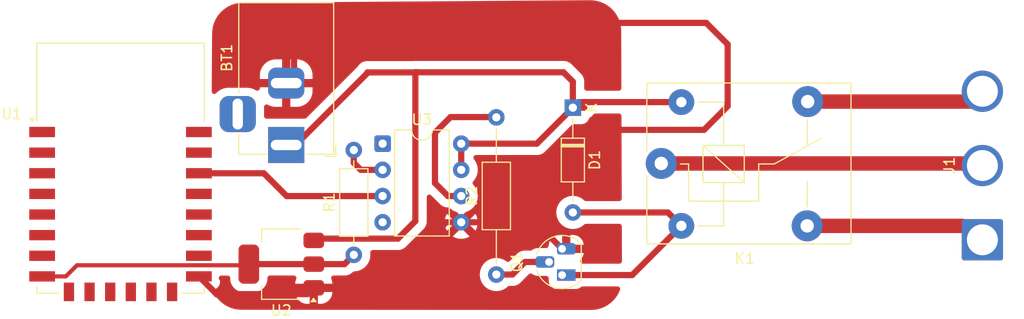
<source format=kicad_pcb>
(kicad_pcb (version 20241229) (generator "pcbnew") (generator_version "9.0")
  (layers (0 "F.Cu" signal) (2 "B.Cu" signal) (13 "F.Paste" user) (15 "B.Paste" user) (5 "F.SilkS" user "F.Silkscreen") (7 "B.SilkS" user "B.Silkscreen") (1 "F.Mask" user) (3 "B.Mask" user) (25 "Edge.Cuts" user))
  (net 0 "")
  (net 1 "Net-(D1-A)")
  (net 2 "Net-(J1-Pin_2)")
  (net 3 "Net-(J1-Pin_3)")
  (net 4 "Net-(J1-Pin_1)")
  (net 5 "Net-(Q1-B)")
  (net 6 "Net-(U3-A)")
  (net 7 "Net-(U3-VO)")
  (net 12 "GND")
  (net 24 "Net-(U1-GPIO5)")
  (net 31 "5V")
  (net 32 "3.3V")
  (footprint "Relay_THT:Relay_SPDT_SANYOU_SRD_Series_Form_C" (layer "F.Cu") (at 190.77 75.33)
    (property "Reference" "K1" (at 8.1 9.2 0) (layer "F.SilkS"))
    (property "Value" "SANYOU_SRD_Form_C")
    (fp_line (start -1.4 -7.8) (end -1.4 -1.2) (stroke (width 0.12)) (layer "F.SilkS"))
    (fp_line (start -1.4 -7.8) (end 18.4 -7.8) (stroke (width 0.12)) (layer "F.SilkS"))
    (fp_line (start -1.4 1.2) (end -1.4 7.8) (stroke (width 0.12)) (layer "F.SilkS"))
    (fp_line (start 2.65 0.05) (end 1.85 0.05) (stroke (width 0.12)) (layer "F.SilkS"))
    (fp_line (start 2.65 0.05) (end 2.65 3.65) (stroke (width 0.12)) (layer "F.SilkS"))
    (fp_line (start 3.55 6.05) (end 6.05 6.05) (stroke (width 0.12)) (layer "F.SilkS"))
    (fp_line (start 4.05 -1.75) (end 8.05 -1.75) (stroke (width 0.12)) (layer "F.SilkS"))
    (fp_line (start 4.05 1.85) (end 4.05 -1.75) (stroke (width 0.12)) (layer "F.SilkS"))
    (fp_line (start 6.05 -5.95) (end 3.55 -5.95) (stroke (width 0.12)) (layer "F.SilkS"))
    (fp_line (start 6.05 -5.95) (end 6.05 -1.75) (stroke (width 0.12)) (layer "F.SilkS"))
    (fp_line (start 6.05 1.85) (end 6.05 6.05) (stroke (width 0.12)) (layer "F.SilkS"))
    (fp_line (start 8.05 -1.75) (end 8.05 1.85) (stroke (width 0.12)) (layer "F.SilkS"))
    (fp_line (start 8.05 1.85) (end 4.05 -1.75) (stroke (width 0.12)) (layer "F.SilkS"))
    (fp_line (start 8.05 1.85) (end 4.05 1.85) (stroke (width 0.12)) (layer "F.SilkS"))
    (fp_line (start 9.45 0.05) (end 9.45 3.65) (stroke (width 0.12)) (layer "F.SilkS"))
    (fp_line (start 9.45 0.05) (end 10.95 0.05) (stroke (width 0.12)) (layer "F.SilkS"))
    (fp_line (start 9.45 3.65) (end 2.65 3.65) (stroke (width 0.12)) (layer "F.SilkS"))
    (fp_line (start 10.95 0.05) (end 15.55 -2.45) (stroke (width 0.12)) (layer "F.SilkS"))
    (fp_line (start 14.15 -4.2) (end 14.15 -1.7) (stroke (width 0.12)) (layer "F.SilkS"))
    (fp_line (start 14.15 4.2) (end 14.15 1.75) (stroke (width 0.12)) (layer "F.SilkS"))
    (fp_line (start 18.4 -7.8) (end 18.4 7.8) (stroke (width 0.12)) (layer "F.SilkS"))
    (fp_line (start 18.4 7.8) (end -1.4 7.8) (stroke (width 0.12)) (layer "F.SilkS"))
    (pad "1" thru_hole circle (at 0 0 90) (size 3 3) (drill 1.3) (layers "*.Cu" "*.Mask") (net 2 "Net-(J1-Pin_2)"))
    (pad "2" thru_hole circle (at 1.95 6.05 90) (size 2.5 2.5) (drill 1) (layers "*.Cu" "*.Mask") (net 1 "Net-(D1-A)"))
    (pad "3" thru_hole circle (at 14.15 6.05 90) (size 3 3) (drill 1.3) (layers "*.Cu" "*.Mask") (net 4 "Net-(J1-Pin_1)"))
    (pad "4" thru_hole circle (at 14.2 -6 90) (size 3 3) (drill 1.3) (layers "*.Cu" "*.Mask") (net 3 "Net-(J1-Pin_3)"))
    (pad "5" thru_hole circle (at 1.95 -5.95 90) (size 2.5 2.5) (drill 1) (layers "*.Cu" "*.Mask") (net 31 "5V"))
  )
  (footprint "Package_TO_SOT_SMD:SOT-223-3_TabPin2" (layer "F.Cu") (at 153.93 85.09 180)
    (property "Reference" "U2" (at 0 -4.5 0) (layer "F.SilkS"))
    (property "Value" "LM1117MP-3.3")
    (fp_line (start 1.91 3.41) (end 1.91 2.15) (stroke (width 0.12)) (layer "F.SilkS"))
    (fp_line (start 1.91 -3.41) (end 1.91 -2.15) (stroke (width 0.12)) (layer "F.SilkS"))
    (fp_line (start -1.85 3.41) (end 1.91 3.41) (stroke (width 0.12)) (layer "F.SilkS"))
    (fp_line (start -1.85 -3.41) (end 1.91 -3.41) (stroke (width 0.12)) (layer "F.SilkS"))
    (fp_poly (pts (xy -3.13 -3.31) (xy -3.37 -3.64) (xy -2.89 -3.64) (xy -3.13 -3.31)) (stroke (width 0.12)) (fill yes) (layer "F.SilkS"))
    (pad "1" smd roundrect (at -3.15 -2.3 180) (size 2 1.5) (layers "F.Cu" "F.Mask" "F.Paste") (net 12 "GND"))
    (pad "2" smd roundrect (at -3.15 0 180) (size 2 1.5) (layers "F.Cu" "F.Mask" "F.Paste") (net 32 "3.3V"))
    (pad "2" smd roundrect (at 3.15 0 180) (size 2 3.8) (layers "F.Cu" "F.Mask" "F.Paste") (net 32 "3.3V"))
    (pad "3" smd roundrect (at -3.15 2.3 180) (size 2 1.5) (layers "F.Cu" "F.Mask" "F.Paste") (net 31 "5V"))
  )
  (footprint "Resistor_THT:R_Axial_DIN0207_L6.3mm_D2.5mm_P10.16mm_Horizontal" (layer "F.Cu") (at 160.96 84.19 90)
    (property "Reference" "R1" (at 5.08 -2.37 90) (layer "F.SilkS"))
    (property "Value" "R_US")
    (fp_line (start 8.35 -1.37) (end 1.81 -1.37) (stroke (width 0.12)) (layer "F.SilkS"))
    (fp_line (start 1.81 -1.37) (end 1.81 1.37) (stroke (width 0.12)) (layer "F.SilkS"))
    (fp_line (start 9.12 0) (end 8.35 0) (stroke (width 0.12)) (layer "F.SilkS"))
    (fp_line (start 1.04 0) (end 1.81 0) (stroke (width 0.12)) (layer "F.SilkS"))
    (fp_line (start 8.35 1.37) (end 8.35 -1.37) (stroke (width 0.12)) (layer "F.SilkS"))
    (fp_line (start 1.81 1.37) (end 8.35 1.37) (stroke (width 0.12)) (layer "F.SilkS"))
    (pad "1" thru_hole circle (at 0 0 90) (size 1.6 1.6) (drill 0.8) (layers "*.Cu" "*.Mask") (net 32 "3.3V"))
    (pad "2" thru_hole oval (at 10.16 0 90) (size 1.6 1.6) (drill 0.8) (layers "*.Cu" "*.Mask") (net 6 "Net-(U3-A)"))
  )
  (footprint "Connector_Wire:SolderWire-2.5sqmm_1x03_P7.2mm_D2.4mm_OD3.6mm" (layer "F.Cu") (at 221.91 82.73 90)
    (property "Reference" "J1" (at 7.2 -3.2 90) (layer "F.SilkS"))
    (property "Value" "Conn_01x02_Pin")
    (pad "1" thru_hole roundrect (at 0 0 90) (size 4 4) (drill 3) (layers "*.Cu" "*.Mask") (roundrect_rratio 0.0625) (net 4 "Net-(J1-Pin_1)"))
    (pad "2" thru_hole circle (at 7.2 0 90) (size 4 4) (drill 3) (layers "*.Cu" "*.Mask") (net 2 "Net-(J1-Pin_2)"))
    (pad "3" thru_hole circle (at 14.4 0 90) (size 4 4) (drill 3) (layers "*.Cu" "*.Mask") (net 3 "Net-(J1-Pin_3)"))
  )
  (footprint "Resistor_THT:R_Axial_DIN0207_L6.3mm_D2.5mm_P15.24mm_Horizontal" (layer "F.Cu") (at 174.78 86.1 90)
    (property "Reference" "R2" (at 7.62 -2.37 90) (layer "F.SilkS"))
    (property "Value" "R_US")
    (fp_line (start 10.89 -1.37) (end 4.35 -1.37) (stroke (width 0.12)) (layer "F.SilkS"))
    (fp_line (start 4.35 -1.37) (end 4.35 1.37) (stroke (width 0.12)) (layer "F.SilkS"))
    (fp_line (start 14.2 0) (end 10.89 0) (stroke (width 0.12)) (layer "F.SilkS"))
    (fp_line (start 1.04 0) (end 4.35 0) (stroke (width 0.12)) (layer "F.SilkS"))
    (fp_line (start 10.89 1.37) (end 10.89 -1.37) (stroke (width 0.12)) (layer "F.SilkS"))
    (fp_line (start 4.35 1.37) (end 10.89 1.37) (stroke (width 0.12)) (layer "F.SilkS"))
    (pad "1" thru_hole circle (at 0 0 90) (size 1.6 1.6) (drill 0.8) (layers "*.Cu" "*.Mask") (net 5 "Net-(Q1-B)"))
    (pad "2" thru_hole oval (at 15.24 0 90) (size 1.6 1.6) (drill 0.8) (layers "*.Cu" "*.Mask") (net 7 "Net-(U3-VO)"))
  )
  (footprint "Package_DIP:DIP-8_W7.62mm" (layer "F.Cu") (at 163.755 73.41)
    (property "Reference" "U3" (at 3.81 -2.33 0) (layer "F.SilkS"))
    (property "Value" "6N137")
    (fp_line (start 1.16 -1.33) (end 1.16 8.95) (stroke (width 0.12)) (layer "F.SilkS"))
    (fp_line (start 1.16 8.95) (end 6.46 8.95) (stroke (width 0.12)) (layer "F.SilkS"))
    (fp_line (start 2.81 -1.33) (end 1.16 -1.33) (stroke (width 0.12)) (layer "F.SilkS"))
    (fp_line (start 6.46 -1.33) (end 4.81 -1.33) (stroke (width 0.12)) (layer "F.SilkS"))
    (fp_line (start 6.46 8.95) (end 6.46 -1.33) (stroke (width 0.12)) (layer "F.SilkS"))
    (fp_arc (start 4.81 -1.33) (mid 3.81 -0.33) (end 2.81 -1.33) (stroke (width 0.12)) (layer "F.SilkS"))
    (pad "1" thru_hole roundrect (at 0 0) (size 1.6 1.6) (drill 0.8) (layers "*.Cu" "*.Mask") (roundrect_rratio 0.15625))
    (pad "2" thru_hole circle (at 0 2.54) (size 1.6 1.6) (drill 0.8) (layers "*.Cu" "*.Mask") (net 6 "Net-(U3-A)"))
    (pad "3" thru_hole circle (at 0 5.08) (size 1.6 1.6) (drill 0.8) (layers "*.Cu" "*.Mask") (net 24 "Net-(U1-GPIO5)"))
    (pad "4" thru_hole circle (at 0 7.62) (size 1.6 1.6) (drill 0.8) (layers "*.Cu" "*.Mask"))
    (pad "5" thru_hole circle (at 7.62 7.62) (size 1.6 1.6) (drill 0.8) (layers "*.Cu" "*.Mask") (net 12 "GND"))
    (pad "6" thru_hole circle (at 7.62 5.08) (size 1.6 1.6) (drill 0.8) (layers "*.Cu" "*.Mask") (net 7 "Net-(U3-VO)"))
    (pad "7" thru_hole circle (at 7.62 2.54) (size 1.6 1.6) (drill 0.8) (layers "*.Cu" "*.Mask") (net 31 "5V"))
    (pad "8" thru_hole circle (at 7.62 0) (size 1.6 1.6) (drill 0.8) (layers "*.Cu" "*.Mask") (net 31 "5V"))
  )
  (footprint "Package_TO_SOT_THT:TO-92_HandSolder" (layer "F.Cu") (at 181.16 86.15 90)
    (property "Reference" "Q1" (at 1.27 -4.4 90) (layer "F.SilkS"))
    (property "Value" "NPN")
    (fp_line (start -0.53 1.85) (end 3.07 1.85) (stroke (width 0.12)) (layer "F.SilkS"))
    (fp_arc (start 2.05 -2.45) (mid 3.769931 -0.601036) (end 3.078445 1.827684) (stroke (width 0.12)) (layer "F.SilkS"))
    (fp_arc (start -0.541875 1.841741) (mid -1.247231 -0.581764) (end 0.45 -2.45) (stroke (width 0.12)) (layer "F.SilkS"))
    (pad "1" thru_hole rect (at 0 0 90) (size 1.1 1.8) (drill 0.75 (offset 0 0.4)) (layers "*.Cu" "*.Mask") (net 1 "Net-(D1-A)"))
    (pad "2" thru_hole roundrect (at 1.27 -1.27 90) (size 1.1 1.8) (drill 0.75 (offset 0 -0.4)) (layers "*.Cu" "*.Mask") (net 5 "Net-(Q1-B)"))
    (pad "3" thru_hole roundrect (at 2.54 0 90) (size 1.1 1.8) (drill 0.75 (offset 0 0.4)) (layers "*.Cu" "*.Mask") (net 12 "GND"))
  )
  (footprint "RF_Module:ESP-12E" (layer "F.Cu") (at 138.34 75.78)
    (property "Reference" "U1" (at -10.56 -5.26 0) (layer "F.SilkS"))
    (property "Value" "ESP-12E")
    (fp_line (start -8.12 -12.12) (end 8.12 -12.12) (stroke (width 0.12)) (layer "F.SilkS"))
    (fp_line (start -8.12 -4.5) (end -8.12 -12.12) (stroke (width 0.12)) (layer "F.SilkS"))
    (fp_line (start -8.12 12.12) (end -8.12 11.5) (stroke (width 0.12)) (layer "F.SilkS"))
    (fp_line (start -6 12.12) (end -8.12 12.12) (stroke (width 0.12)) (layer "F.SilkS"))
    (fp_line (start 8.12 -12.12) (end 8.12 -4.5) (stroke (width 0.12)) (layer "F.SilkS"))
    (fp_line (start 8.12 11.5) (end 8.12 12.12) (stroke (width 0.12)) (layer "F.SilkS"))
    (fp_line (start 8.12 12.12) (end 6 12.12) (stroke (width 0.12)) (layer "F.SilkS"))
    (fp_poly (pts (xy -8.55 -4.5) (xy -8.79 -4.836) (xy -8.31 -4.836) (xy -8.55 -4.5)) (stroke (width 0.12)) (fill yes) (layer "F.SilkS"))
    (pad "1" smd rect (at -7.6 -3.5) (size 2.5 1) (layers "F.Cu" "F.Mask" "F.Paste"))
    (pad "2" smd rect (at -7.6 -1.5) (size 2.5 1) (layers "F.Cu" "F.Mask" "F.Paste"))
    (pad "3" smd rect (at -7.6 0.5) (size 2.5 1) (layers "F.Cu" "F.Mask" "F.Paste"))
    (pad "4" smd rect (at -7.6 2.5) (size 2.5 1) (layers "F.Cu" "F.Mask" "F.Paste"))
    (pad "5" smd rect (at -7.6 4.5) (size 2.5 1) (layers "F.Cu" "F.Mask" "F.Paste"))
    (pad "6" smd rect (at -7.6 6.5) (size 2.5 1) (layers "F.Cu" "F.Mask" "F.Paste"))
    (pad "7" smd rect (at -7.6 8.5) (size 2.5 1) (layers "F.Cu" "F.Mask" "F.Paste"))
    (pad "8" smd rect (at -7.6 10.5) (size 2.5 1) (layers "F.Cu" "F.Mask" "F.Paste") (net 32 "3.3V"))
    (pad "9" smd rect (at -5 12) (size 1 1.8) (layers "F.Cu" "F.Mask" "F.Paste"))
    (pad "10" smd rect (at -3 12) (size 1 1.8) (layers "F.Cu" "F.Mask" "F.Paste"))
    (pad "11" smd rect (at -1 12) (size 1 1.8) (layers "F.Cu" "F.Mask" "F.Paste"))
    (pad "12" smd rect (at 1 12) (size 1 1.8) (layers "F.Cu" "F.Mask" "F.Paste"))
    (pad "13" smd rect (at 3 12) (size 1 1.8) (layers "F.Cu" "F.Mask" "F.Paste"))
    (pad "14" smd rect (at 5 12) (size 1 1.8) (layers "F.Cu" "F.Mask" "F.Paste"))
    (pad "15" smd rect (at 7.6 10.5) (size 2.5 1) (layers "F.Cu" "F.Mask" "F.Paste") (net 12 "GND"))
    (pad "16" smd rect (at 7.6 8.5) (size 2.5 1) (layers "F.Cu" "F.Mask" "F.Paste"))
    (pad "17" smd rect (at 7.6 6.5) (size 2.5 1) (layers "F.Cu" "F.Mask" "F.Paste"))
    (pad "18" smd rect (at 7.6 4.5) (size 2.5 1) (layers "F.Cu" "F.Mask" "F.Paste"))
    (pad "19" smd rect (at 7.6 2.5) (size 2.5 1) (layers "F.Cu" "F.Mask" "F.Paste"))
    (pad "20" smd rect (at 7.6 0.5) (size 2.5 1) (layers "F.Cu" "F.Mask" "F.Paste") (net 24 "Net-(U1-GPIO5)"))
    (pad "21" smd rect (at 7.6 -1.5) (size 2.5 1) (layers "F.Cu" "F.Mask" "F.Paste"))
    (pad "22" smd rect (at 7.6 -3.5) (size 2.5 1) (layers "F.Cu" "F.Mask" "F.Paste"))
    (zone (net 0) (net_name "") (layers "F.Cu" "B.Cu") (connect_pads (clearance 0)) (min_thickness 0.254)
      (keepout (tracks not_allowed) (vias not_allowed) (pads not_allowed) (copperpour not_allowed) (footprints not_allowed))
      (fill (thermal_gap 0.508) (thermal_bridge_width 0.508))
      (polygon (pts (xy 130.22 70.98) (xy 146.46 70.98) (xy 146.46 63.66) (xy 130.22 63.66)))
    )
  )
  (footprint "Diode_THT:D_DO-35_SOD27_P10.16mm_Horizontal" (layer "F.Cu") (at 182.2 69.92 -90)
    (property "Reference" "D1" (at 5.08 -2.12 90) (layer "F.SilkS"))
    (property "Value" "D")
    (fp_line (start 2.96 1.12) (end 7.2 1.12) (stroke (width 0.12)) (layer "F.SilkS"))
    (fp_line (start 7.2 1.12) (end 7.2 -1.12) (stroke (width 0.12)) (layer "F.SilkS"))
    (fp_line (start 1.04 0) (end 2.96 0) (stroke (width 0.12)) (layer "F.SilkS"))
    (fp_line (start 9.12 0) (end 7.2 0) (stroke (width 0.12)) (layer "F.SilkS"))
    (fp_line (start 2.96 -1.12) (end 2.96 1.12) (stroke (width 0.12)) (layer "F.SilkS"))
    (fp_line (start 3.56 -1.12) (end 3.56 1.12) (stroke (width 0.12)) (layer "F.SilkS"))
    (fp_line (start 3.68 -1.12) (end 3.68 1.12) (stroke (width 0.12)) (layer "F.SilkS"))
    (fp_line (start 3.8 -1.12) (end 3.8 1.12) (stroke (width 0.12)) (layer "F.SilkS"))
    (fp_line (start 7.2 -1.12) (end 2.96 -1.12) (stroke (width 0.12)) (layer "F.SilkS"))
    (fp_text user "K" (at 0 -1.8 90) (layer "F.SilkS"))
    (pad "1" thru_hole rect (at 0 0 270) (size 1.6 1.6) (drill 0.8) (layers "*.Cu" "*.Mask") (net 31 "5V"))
    (pad "2" thru_hole oval (at 10.16 0 270) (size 1.6 1.6) (drill 0.8) (layers "*.Cu" "*.Mask") (net 1 "Net-(D1-A)"))
  )
  (footprint "Connector_BarrelJack:BarrelJack_Horizontal" (layer "F.Cu") (at 154.4075 73.54 -90)
    (property "Reference" "BT1" (at -8.45 5.75 90) (layer "F.SilkS"))
    (property "Value" "Battery_Cell")
    (fp_line (start -13.8 4.6) (end -13.8 -4.6) (stroke (width 0.12)) (layer "F.SilkS"))
    (fp_line (start -5 4.6) (end -13.8 4.6) (stroke (width 0.12)) (layer "F.SilkS"))
    (fp_line (start 0.9 4.6) (end -1 4.6) (stroke (width 0.12)) (layer "F.SilkS"))
    (fp_line (start 0.9 1.9) (end 0.9 4.6) (stroke (width 0.12)) (layer "F.SilkS"))
    (fp_line (start 1.1 -3.75) (end 1.1 -4.8) (stroke (width 0.12)) (layer "F.SilkS"))
    (fp_line (start -13.8 -4.6) (end 0.9 -4.6) (stroke (width 0.12)) (layer "F.SilkS"))
    (fp_line (start 0.9 -4.6) (end 0.9 -2) (stroke (width 0.12)) (layer "F.SilkS"))
    (fp_line (start 0.05 -4.8) (end 1.1 -4.8) (stroke (width 0.12)) (layer "F.SilkS"))
    (pad "1" thru_hole rect (at 0 0 270) (size 3.5 3.5) (drill oval 1 3) (layers "*.Cu" "*.Mask") (net 31 "5V"))
    (pad "2" thru_hole roundrect (at -6 0 270) (size 3 3.5) (drill oval 1 3) (layers "*.Cu" "*.Mask") (net 12 "GND"))
    (pad "3" thru_hole roundrect (at -3 4.7 270) (size 3.5 3.5) (drill oval 3 1) (layers "*.Cu" "*.Mask"))
  )
  (segment (start 182.2 80.08) (end 191.42 80.08) (width 0.6) (layer "F.Cu") (net 1))
  (segment (start 187.95 86.15) (end 192.72 81.38) (width 0.6) (layer "F.Cu") (net 1))
  (segment (start 191.42 80.08) (end 192.72 81.38) (width 0.6) (layer "F.Cu") (net 1))
  (segment (start 181.16 86.15) (end 187.95 86.15) (width 0.6) (layer "F.Cu") (net 1))
  (segment (start 190.77 75.33) (end 221.09 75.33) (width 1.4) (layer "F.Cu") (net 2))
  (segment (start 221.09 75.33) (end 221.695 75.935) (width 0.2) (layer "F.Cu") (net 2))
  (segment (start 221.1 69.33) (end 221.695 68.735) (width 0.2) (layer "F.Cu") (net 3))
  (segment (start 204.97 69.33) (end 221.1 69.33) (width 1.4) (layer "F.Cu") (net 3))
  (segment (start 219.94 81.38) (end 221.695 83.135) (width 0.2) (layer "F.Cu") (net 4))
  (segment (start 204.92 81.38) (end 219.94 81.38) (width 1.4) (layer "F.Cu") (net 4))
  (segment (start 177.56 84.88) (end 176.34 86.1) (width 0.6) (layer "F.Cu") (net 5))
  (segment (start 179.89 84.88) (end 177.56 84.88) (width 0.6) (layer "F.Cu") (net 5))
  (segment (start 176.34 86.1) (end 174.78 86.1) (width 0.6) (layer "F.Cu") (net 5))
  (segment (start 160.96 74.03) (end 160.96 75.27) (width 0.6) (layer "F.Cu") (net 6))
  (segment (start 163.93 76.125) (end 163.755 75.95) (width 0.6) (layer "F.Cu") (net 6))
  (segment (start 160.96 75.27) (end 161.64 75.95) (width 0.6) (layer "F.Cu") (net 6))
  (segment (start 163.93 75.95) (end 163.93 76.125) (width 0.6) (layer "F.Cu") (net 6))
  (segment (start 161.64 75.95) (end 163.93 75.95) (width 0.6) (layer "F.Cu") (net 6))
  (segment (start 168.83 72.34) (end 170.34 70.83) (width 0.6) (layer "F.Cu") (net 7))
  (segment (start 170.34 70.83) (end 175.03 70.83) (width 0.6) (layer "F.Cu") (net 7))
  (segment (start 170.09 78.49) (end 168.83 77.23) (width 0.6) (layer "F.Cu") (net 7))
  (segment (start 168.83 77.23) (end 168.83 72.34) (width 0.6) (layer "F.Cu") (net 7))
  (segment (start 171.375 78.49) (end 170.09 78.49) (width 0.6) (layer "F.Cu") (net 7))
  (segment (start 175.03 70.61) (end 174.78 70.86) (width 0.6) (layer "F.Cu") (net 7))
  (segment (start 175.03 70.83) (end 175.03 70.61) (width 0.6) (layer "F.Cu") (net 7))
  (segment (start 181.16 83.61) (end 178.715 81.165) (width 0.6) (layer "F.Cu") (net 12))
  (segment (start 163.6275 87.3225) (end 163.695 87.39) (width 0.6) (layer "F.Cu") (net 12))
  (segment (start 178.715 81.165) (end 178.58 81.03) (width 0.6) (layer "F.Cu") (net 12))
  (segment (start 169.92 81.03) (end 163.6275 87.3225) (width 0.6) (layer "F.Cu") (net 12))
  (segment (start 194.92 72.07) (end 197.21 69.78) (width 0.6) (layer "F.Cu") (net 12))
  (segment (start 155.1685 61.7) (end 155.1685 66.779) (width 0.6) (layer "F.Cu") (net 12))
  (segment (start 156.47 88) (end 147.66 88) (width 0.6) (layer "F.Cu") (net 12))
  (segment (start 163.695 87.39) (end 157.08 87.39) (width 0.6) (layer "F.Cu") (net 12))
  (segment (start 147.47 87.81) (end 145.94 86.28) (width 0.6) (layer "F.Cu") (net 12))
  (segment (start 178.715 75.635) (end 182.28 72.07) (width 0.6) (layer "F.Cu") (net 12))
  (segment (start 157.08 87.39) (end 156.47 88) (width 0.6) (layer "F.Cu") (net 12))
  (segment (start 197.21 63.78) (end 195.13 61.7) (width 0.6) (layer "F.Cu") (net 12))
  (segment (start 195.13 61.7) (end 155.1685 61.7) (width 0.6) (layer "F.Cu") (net 12))
  (segment (start 147.71 88.05) (end 147.47 87.81) (width 0.6) (layer "F.Cu") (net 12))
  (segment (start 171.375 81.03) (end 169.92 81.03) (width 0.6) (layer "F.Cu") (net 12))
  (segment (start 147.66 88) (end 147.47 87.81) (width 0.6) (layer "F.Cu") (net 12))
  (segment (start 182.28 72.07) (end 194.92 72.07) (width 0.6) (layer "F.Cu") (net 12))
  (segment (start 155.1685 66.779) (end 154.4075 67.54) (width 0.6) (layer "F.Cu") (net 12))
  (segment (start 178.58 81.03) (end 171.375 81.03) (width 0.6) (layer "F.Cu") (net 12))
  (segment (start 178.715 81.165) (end 178.715 75.635) (width 0.6) (layer "F.Cu") (net 12))
  (segment (start 197.21 69.78) (end 197.21 63.78) (width 0.6) (layer "F.Cu") (net 12))
  (segment (start 163.755 78.49) (end 154.45 78.49) (width 0.6) (layer "F.Cu") (net 24))
  (segment (start 152.24 76.28) (end 145.94 76.28) (width 0.6) (layer "F.Cu") (net 24))
  (segment (start 154.45 78.49) (end 152.24 76.28) (width 0.6) (layer "F.Cu") (net 24))
  (segment (start 181.29 66.49) (end 182.2 67.4) (width 0.6) (layer "F.Cu") (net 31))
  (segment (start 171.375 73.41) (end 178.71 73.41) (width 0.6) (layer "F.Cu") (net 31))
  (segment (start 183.8004 69.38) (end 183.3017 69.38) (width 0.6) (layer "F.Cu") (net 31))
  (segment (start 171.375 75.315) (end 171.375 75.3563) (width 0.6) (layer "F.Cu") (net 31))
  (segment (start 192.72 69.38) (end 183.8417 69.38) (width 0.6) (layer "F.Cu") (net 31))
  (segment (start 167.02 66.5) (end 167.03 66.49) (width 0.6) (layer "F.Cu") (net 31))
  (segment (start 167.03 66.49) (end 166.93 66.49) (width 0.6) (layer "F.Cu") (net 31))
  (segment (start 183.3017 69.38) (end 183.3017 69.92) (width 0.6) (layer "F.Cu") (net 31))
  (segment (start 166.93 66.49) (end 166.93 80.92) (width 0.6) (layer "F.Cu") (net 31))
  (segment (start 171.375 75.3563) (end 171.375 75.95) (width 0.6) (layer "F.Cu") (net 31))
  (segment (start 183.8417 69.38) (end 183.8004 69.38) (width 0.6) (layer "F.Cu") (net 31))
  (segment (start 183.3017 69.38) (end 182.74 69.38) (width 0.6) (layer "F.Cu") (net 31))
  (segment (start 178.71 73.41) (end 182.2 69.92) (width 0.6) (layer "F.Cu") (net 31))
  (segment (start 182.2 69.92) (end 183.3017 69.92) (width 0.6) (layer "F.Cu") (net 31))
  (segment (start 167.03 66.49) (end 181.29 66.49) (width 0.6) (layer "F.Cu") (net 31))
  (segment (start 182.2 67.4) (end 182.2 69.92) (width 0.6) (layer "F.Cu") (net 31))
  (segment (start 155.3 73.54) (end 162.315 66.525) (width 0.6) (layer "F.Cu") (net 31))
  (segment (start 162.29 66.5) (end 167.02 66.5) (width 0.6) (layer "F.Cu") (net 31))
  (segment (start 171.375 73.41) (end 171.375 75.95) (width 0.6) (layer "F.Cu") (net 31))
  (segment (start 165.23 82.62) (end 157.25 82.62) (width 0.6) (layer "F.Cu") (net 31))
  (segment (start 154.4075 73.54) (end 155.3 73.54) (width 0.6) (layer "F.Cu") (net 31))
  (segment (start 157.25 82.62) (end 157.08 82.79) (width 0.6) (layer "F.Cu") (net 31))
  (segment (start 162.315 66.525) (end 162.29 66.5) (width 0.6) (layer "F.Cu") (net 31))
  (segment (start 166.93 80.92) (end 165.23 82.62) (width 0.6) (layer "F.Cu") (net 31))
  (segment (start 134.12 85.2) (end 133.04 86.28) (width 0.4) (layer "F.Cu") (net 32))
  (segment (start 160.06 85.09) (end 160.96 84.19) (width 0.6) (layer "F.Cu") (net 32))
  (segment (start 133.04 86.28) (end 130.74 86.28) (width 0.4) (layer "F.Cu") (net 32))
  (segment (start 157.08 85.09) (end 150.78 85.09) (width 0.6) (layer "F.Cu") (net 32))
  (segment (start 150.67 85.2) (end 134.12 85.2) (width 0.4) (layer "F.Cu") (net 32))
  (segment (start 150.78 85.09) (end 150.67 85.2) (width 0.4) (layer "F.Cu") (net 32))
  (segment (start 157.08 85.09) (end 160.06 85.09) (width 0.6) (layer "F.Cu") (net 32))
  (zone (net 12) (net_name "GND") (layer "F.Cu") (connect_pads (clearance 0.8)) (min_thickness 0.5) (fill yes (thermal_gap 0.8) (thermal_bridge_width 0.8) (smoothing fillet) (radius 3))
    (polygon (pts (xy 147.24 59.76) (xy 147.044501 89.514347) (xy 186.975837 89.537358) (xy 186.88 59.48)))
  )
)
</source>
